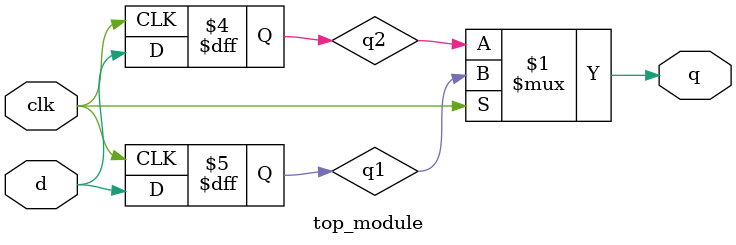
<source format=v>
module top_module (
    input clk,
    input d,
    output q
);
    
    reg q1, q2;
    
    assign q = clk?q1:q2;
    
    always @ (posedge clk)
        begin
            q1 <= d;
        end
    
    always @ (negedge clk)
        begin
           q2 <= d; 
        end

endmodule



</source>
